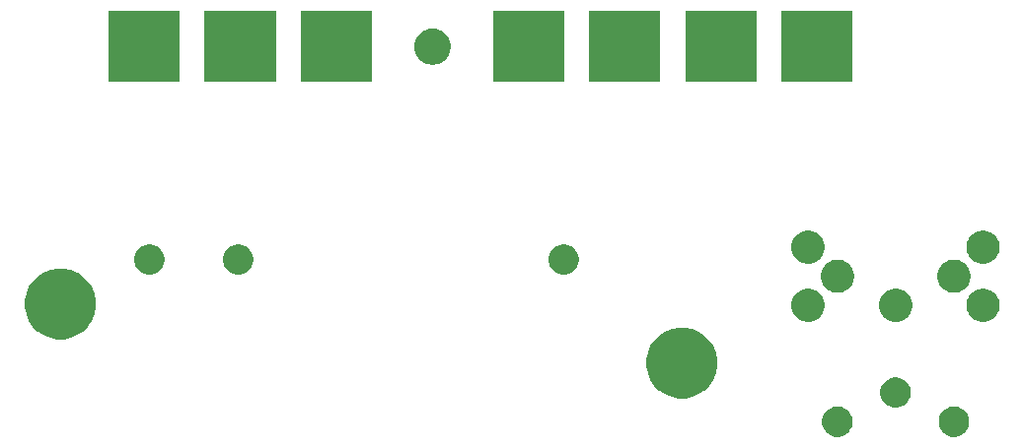
<source format=gbr>
G04 #@! TF.GenerationSoftware,KiCad,Pcbnew,(5.1.4-0-10_14)*
G04 #@! TF.CreationDate,2020-01-18T08:01:12-05:00*
G04 #@! TF.ProjectId,rt65b-breakout,72743635-622d-4627-9265-616b6f75742e,rev?*
G04 #@! TF.SameCoordinates,Original*
G04 #@! TF.FileFunction,Soldermask,Bot*
G04 #@! TF.FilePolarity,Negative*
%FSLAX46Y46*%
G04 Gerber Fmt 4.6, Leading zero omitted, Abs format (unit mm)*
G04 Created by KiCad (PCBNEW (5.1.4-0-10_14)) date 2020-01-18 08:01:12*
%MOMM*%
%LPD*%
G04 APERTURE LIST*
%ADD10C,0.100000*%
G04 APERTURE END LIST*
D10*
G36*
X183129487Y-75248996D02*
G01*
X183366253Y-75347068D01*
X183366255Y-75347069D01*
X183579339Y-75489447D01*
X183760553Y-75670661D01*
X183902932Y-75883747D01*
X184001004Y-76120513D01*
X184051000Y-76371861D01*
X184051000Y-76628139D01*
X184001004Y-76879487D01*
X183902932Y-77116253D01*
X183902931Y-77116255D01*
X183760553Y-77329339D01*
X183579339Y-77510553D01*
X183366255Y-77652931D01*
X183366254Y-77652932D01*
X183366253Y-77652932D01*
X183129487Y-77751004D01*
X182878139Y-77801000D01*
X182621861Y-77801000D01*
X182370513Y-77751004D01*
X182133747Y-77652932D01*
X182133746Y-77652932D01*
X182133745Y-77652931D01*
X181920661Y-77510553D01*
X181739447Y-77329339D01*
X181597069Y-77116255D01*
X181597068Y-77116253D01*
X181498996Y-76879487D01*
X181449000Y-76628139D01*
X181449000Y-76371861D01*
X181498996Y-76120513D01*
X181597068Y-75883747D01*
X181739447Y-75670661D01*
X181920661Y-75489447D01*
X182133745Y-75347069D01*
X182133747Y-75347068D01*
X182370513Y-75248996D01*
X182621861Y-75199000D01*
X182878139Y-75199000D01*
X183129487Y-75248996D01*
X183129487Y-75248996D01*
G37*
G36*
X173129487Y-75248996D02*
G01*
X173366253Y-75347068D01*
X173366255Y-75347069D01*
X173579339Y-75489447D01*
X173760553Y-75670661D01*
X173902932Y-75883747D01*
X174001004Y-76120513D01*
X174051000Y-76371861D01*
X174051000Y-76628139D01*
X174001004Y-76879487D01*
X173902932Y-77116253D01*
X173902931Y-77116255D01*
X173760553Y-77329339D01*
X173579339Y-77510553D01*
X173366255Y-77652931D01*
X173366254Y-77652932D01*
X173366253Y-77652932D01*
X173129487Y-77751004D01*
X172878139Y-77801000D01*
X172621861Y-77801000D01*
X172370513Y-77751004D01*
X172133747Y-77652932D01*
X172133746Y-77652932D01*
X172133745Y-77652931D01*
X171920661Y-77510553D01*
X171739447Y-77329339D01*
X171597069Y-77116255D01*
X171597068Y-77116253D01*
X171498996Y-76879487D01*
X171449000Y-76628139D01*
X171449000Y-76371861D01*
X171498996Y-76120513D01*
X171597068Y-75883747D01*
X171739447Y-75670661D01*
X171920661Y-75489447D01*
X172133745Y-75347069D01*
X172133747Y-75347068D01*
X172370513Y-75248996D01*
X172621861Y-75199000D01*
X172878139Y-75199000D01*
X173129487Y-75248996D01*
X173129487Y-75248996D01*
G37*
G36*
X178129487Y-72748996D02*
G01*
X178366253Y-72847068D01*
X178366255Y-72847069D01*
X178438273Y-72895190D01*
X178579339Y-72989447D01*
X178760553Y-73170661D01*
X178902932Y-73383747D01*
X179001004Y-73620513D01*
X179051000Y-73871861D01*
X179051000Y-74128139D01*
X179001004Y-74379487D01*
X178902932Y-74616253D01*
X178902931Y-74616255D01*
X178760553Y-74829339D01*
X178579339Y-75010553D01*
X178366255Y-75152931D01*
X178366254Y-75152932D01*
X178366253Y-75152932D01*
X178129487Y-75251004D01*
X177878139Y-75301000D01*
X177621861Y-75301000D01*
X177370513Y-75251004D01*
X177133747Y-75152932D01*
X177133746Y-75152932D01*
X177133745Y-75152931D01*
X176920661Y-75010553D01*
X176739447Y-74829339D01*
X176597069Y-74616255D01*
X176597068Y-74616253D01*
X176498996Y-74379487D01*
X176449000Y-74128139D01*
X176449000Y-73871861D01*
X176498996Y-73620513D01*
X176597068Y-73383747D01*
X176739447Y-73170661D01*
X176920661Y-72989447D01*
X177061727Y-72895190D01*
X177133745Y-72847069D01*
X177133747Y-72847068D01*
X177370513Y-72748996D01*
X177621861Y-72699000D01*
X177878139Y-72699000D01*
X178129487Y-72748996D01*
X178129487Y-72748996D01*
G37*
G36*
X160309943Y-68516248D02*
G01*
X160865189Y-68746238D01*
X160865190Y-68746239D01*
X161364899Y-69080134D01*
X161789866Y-69505101D01*
X161789867Y-69505103D01*
X162123762Y-70004811D01*
X162353752Y-70560057D01*
X162471000Y-71149501D01*
X162471000Y-71750499D01*
X162353752Y-72339943D01*
X162123762Y-72895189D01*
X161957948Y-73143347D01*
X161789866Y-73394899D01*
X161364899Y-73819866D01*
X161287083Y-73871861D01*
X160865189Y-74153762D01*
X160309943Y-74383752D01*
X159720499Y-74501000D01*
X159119501Y-74501000D01*
X158530057Y-74383752D01*
X157974811Y-74153762D01*
X157552917Y-73871861D01*
X157475101Y-73819866D01*
X157050134Y-73394899D01*
X156882052Y-73143347D01*
X156716238Y-72895189D01*
X156486248Y-72339943D01*
X156369000Y-71750499D01*
X156369000Y-71149501D01*
X156486248Y-70560057D01*
X156716238Y-70004811D01*
X157050133Y-69505103D01*
X157050134Y-69505101D01*
X157475101Y-69080134D01*
X157974810Y-68746239D01*
X157974811Y-68746238D01*
X158530057Y-68516248D01*
X159119501Y-68399000D01*
X159720499Y-68399000D01*
X160309943Y-68516248D01*
X160309943Y-68516248D01*
G37*
G36*
X106969943Y-63436248D02*
G01*
X107525189Y-63666238D01*
X107580105Y-63702932D01*
X108024899Y-64000134D01*
X108449866Y-64425101D01*
X108449867Y-64425103D01*
X108783762Y-64924811D01*
X109013752Y-65480057D01*
X109131000Y-66069501D01*
X109131000Y-66670499D01*
X109013752Y-67259943D01*
X108783762Y-67815189D01*
X108709720Y-67926000D01*
X108449866Y-68314899D01*
X108024899Y-68739866D01*
X108015361Y-68746239D01*
X107525189Y-69073762D01*
X106969943Y-69303752D01*
X106380499Y-69421000D01*
X105779501Y-69421000D01*
X105190057Y-69303752D01*
X104634811Y-69073762D01*
X104144639Y-68746239D01*
X104135101Y-68739866D01*
X103710134Y-68314899D01*
X103450280Y-67926000D01*
X103376238Y-67815189D01*
X103146248Y-67259943D01*
X103029000Y-66670499D01*
X103029000Y-66069501D01*
X103146248Y-65480057D01*
X103376238Y-64924811D01*
X103710133Y-64425103D01*
X103710134Y-64425101D01*
X104135101Y-64000134D01*
X104579895Y-63702932D01*
X104634811Y-63666238D01*
X105190057Y-63436248D01*
X105779501Y-63319000D01*
X106380499Y-63319000D01*
X106969943Y-63436248D01*
X106969943Y-63436248D01*
G37*
G36*
X185665949Y-65128800D02*
G01*
X185925463Y-65236294D01*
X185925464Y-65236295D01*
X186159022Y-65392353D01*
X186357647Y-65590978D01*
X186357648Y-65590980D01*
X186513706Y-65824537D01*
X186621200Y-66084051D01*
X186676000Y-66359550D01*
X186676000Y-66640450D01*
X186621200Y-66915949D01*
X186513706Y-67175463D01*
X186436206Y-67291450D01*
X186357647Y-67409022D01*
X186159022Y-67607647D01*
X186041450Y-67686206D01*
X185925463Y-67763706D01*
X185665949Y-67871200D01*
X185390450Y-67926000D01*
X185109550Y-67926000D01*
X184834051Y-67871200D01*
X184574537Y-67763706D01*
X184458550Y-67686206D01*
X184340978Y-67607647D01*
X184142353Y-67409022D01*
X184063794Y-67291450D01*
X183986294Y-67175463D01*
X183878800Y-66915949D01*
X183824000Y-66640450D01*
X183824000Y-66359550D01*
X183878800Y-66084051D01*
X183986294Y-65824537D01*
X184142352Y-65590980D01*
X184142353Y-65590978D01*
X184340978Y-65392353D01*
X184574536Y-65236295D01*
X184574537Y-65236294D01*
X184834051Y-65128800D01*
X185109550Y-65074000D01*
X185390450Y-65074000D01*
X185665949Y-65128800D01*
X185665949Y-65128800D01*
G37*
G36*
X178165949Y-65128800D02*
G01*
X178425463Y-65236294D01*
X178425464Y-65236295D01*
X178659022Y-65392353D01*
X178857647Y-65590978D01*
X178857648Y-65590980D01*
X179013706Y-65824537D01*
X179121200Y-66084051D01*
X179176000Y-66359550D01*
X179176000Y-66640450D01*
X179121200Y-66915949D01*
X179013706Y-67175463D01*
X178936206Y-67291450D01*
X178857647Y-67409022D01*
X178659022Y-67607647D01*
X178541450Y-67686206D01*
X178425463Y-67763706D01*
X178165949Y-67871200D01*
X177890450Y-67926000D01*
X177609550Y-67926000D01*
X177334051Y-67871200D01*
X177074537Y-67763706D01*
X176958550Y-67686206D01*
X176840978Y-67607647D01*
X176642353Y-67409022D01*
X176563794Y-67291450D01*
X176486294Y-67175463D01*
X176378800Y-66915949D01*
X176324000Y-66640450D01*
X176324000Y-66359550D01*
X176378800Y-66084051D01*
X176486294Y-65824537D01*
X176642352Y-65590980D01*
X176642353Y-65590978D01*
X176840978Y-65392353D01*
X177074536Y-65236295D01*
X177074537Y-65236294D01*
X177334051Y-65128800D01*
X177609550Y-65074000D01*
X177890450Y-65074000D01*
X178165949Y-65128800D01*
X178165949Y-65128800D01*
G37*
G36*
X170665949Y-65128800D02*
G01*
X170925463Y-65236294D01*
X170925464Y-65236295D01*
X171159022Y-65392353D01*
X171357647Y-65590978D01*
X171357648Y-65590980D01*
X171513706Y-65824537D01*
X171621200Y-66084051D01*
X171676000Y-66359550D01*
X171676000Y-66640450D01*
X171621200Y-66915949D01*
X171513706Y-67175463D01*
X171436206Y-67291450D01*
X171357647Y-67409022D01*
X171159022Y-67607647D01*
X171041450Y-67686206D01*
X170925463Y-67763706D01*
X170665949Y-67871200D01*
X170390450Y-67926000D01*
X170109550Y-67926000D01*
X169834051Y-67871200D01*
X169574537Y-67763706D01*
X169458550Y-67686206D01*
X169340978Y-67607647D01*
X169142353Y-67409022D01*
X169063794Y-67291450D01*
X168986294Y-67175463D01*
X168878800Y-66915949D01*
X168824000Y-66640450D01*
X168824000Y-66359550D01*
X168878800Y-66084051D01*
X168986294Y-65824537D01*
X169142352Y-65590980D01*
X169142353Y-65590978D01*
X169340978Y-65392353D01*
X169574536Y-65236295D01*
X169574537Y-65236294D01*
X169834051Y-65128800D01*
X170109550Y-65074000D01*
X170390450Y-65074000D01*
X170665949Y-65128800D01*
X170665949Y-65128800D01*
G37*
G36*
X183165949Y-62628800D02*
G01*
X183425463Y-62736294D01*
X183425464Y-62736295D01*
X183659022Y-62892353D01*
X183857647Y-63090978D01*
X183857648Y-63090980D01*
X184013706Y-63324537D01*
X184121200Y-63584051D01*
X184176000Y-63859550D01*
X184176000Y-64140450D01*
X184121200Y-64415949D01*
X184013706Y-64675463D01*
X184013705Y-64675464D01*
X183857647Y-64909022D01*
X183659022Y-65107647D01*
X183627364Y-65128800D01*
X183425463Y-65263706D01*
X183165949Y-65371200D01*
X182890450Y-65426000D01*
X182609550Y-65426000D01*
X182334051Y-65371200D01*
X182074537Y-65263706D01*
X181872636Y-65128800D01*
X181840978Y-65107647D01*
X181642353Y-64909022D01*
X181486295Y-64675464D01*
X181486294Y-64675463D01*
X181378800Y-64415949D01*
X181324000Y-64140450D01*
X181324000Y-63859550D01*
X181378800Y-63584051D01*
X181486294Y-63324537D01*
X181642352Y-63090980D01*
X181642353Y-63090978D01*
X181840978Y-62892353D01*
X182074536Y-62736295D01*
X182074537Y-62736294D01*
X182334051Y-62628800D01*
X182609550Y-62574000D01*
X182890450Y-62574000D01*
X183165949Y-62628800D01*
X183165949Y-62628800D01*
G37*
G36*
X173165949Y-62628800D02*
G01*
X173425463Y-62736294D01*
X173425464Y-62736295D01*
X173659022Y-62892353D01*
X173857647Y-63090978D01*
X173857648Y-63090980D01*
X174013706Y-63324537D01*
X174121200Y-63584051D01*
X174176000Y-63859550D01*
X174176000Y-64140450D01*
X174121200Y-64415949D01*
X174013706Y-64675463D01*
X174013705Y-64675464D01*
X173857647Y-64909022D01*
X173659022Y-65107647D01*
X173627364Y-65128800D01*
X173425463Y-65263706D01*
X173165949Y-65371200D01*
X172890450Y-65426000D01*
X172609550Y-65426000D01*
X172334051Y-65371200D01*
X172074537Y-65263706D01*
X171872636Y-65128800D01*
X171840978Y-65107647D01*
X171642353Y-64909022D01*
X171486295Y-64675464D01*
X171486294Y-64675463D01*
X171378800Y-64415949D01*
X171324000Y-64140450D01*
X171324000Y-63859550D01*
X171378800Y-63584051D01*
X171486294Y-63324537D01*
X171642352Y-63090980D01*
X171642353Y-63090978D01*
X171840978Y-62892353D01*
X172074536Y-62736295D01*
X172074537Y-62736294D01*
X172334051Y-62628800D01*
X172609550Y-62574000D01*
X172890450Y-62574000D01*
X173165949Y-62628800D01*
X173165949Y-62628800D01*
G37*
G36*
X149639487Y-61298996D02*
G01*
X149876253Y-61397068D01*
X149876255Y-61397069D01*
X150089339Y-61539447D01*
X150270553Y-61720661D01*
X150412932Y-61933747D01*
X150511004Y-62170513D01*
X150561000Y-62421861D01*
X150561000Y-62678139D01*
X150511004Y-62929487D01*
X150444112Y-63090978D01*
X150412931Y-63166255D01*
X150270553Y-63379339D01*
X150089339Y-63560553D01*
X149876255Y-63702931D01*
X149876254Y-63702932D01*
X149876253Y-63702932D01*
X149639487Y-63801004D01*
X149388139Y-63851000D01*
X149131861Y-63851000D01*
X148880513Y-63801004D01*
X148643747Y-63702932D01*
X148643746Y-63702932D01*
X148643745Y-63702931D01*
X148430661Y-63560553D01*
X148249447Y-63379339D01*
X148107069Y-63166255D01*
X148075888Y-63090978D01*
X148008996Y-62929487D01*
X147959000Y-62678139D01*
X147959000Y-62421861D01*
X148008996Y-62170513D01*
X148107068Y-61933747D01*
X148249447Y-61720661D01*
X148430661Y-61539447D01*
X148643745Y-61397069D01*
X148643747Y-61397068D01*
X148880513Y-61298996D01*
X149131861Y-61249000D01*
X149388139Y-61249000D01*
X149639487Y-61298996D01*
X149639487Y-61298996D01*
G37*
G36*
X121699487Y-61298996D02*
G01*
X121936253Y-61397068D01*
X121936255Y-61397069D01*
X122149339Y-61539447D01*
X122330553Y-61720661D01*
X122472932Y-61933747D01*
X122571004Y-62170513D01*
X122621000Y-62421861D01*
X122621000Y-62678139D01*
X122571004Y-62929487D01*
X122504112Y-63090978D01*
X122472931Y-63166255D01*
X122330553Y-63379339D01*
X122149339Y-63560553D01*
X121936255Y-63702931D01*
X121936254Y-63702932D01*
X121936253Y-63702932D01*
X121699487Y-63801004D01*
X121448139Y-63851000D01*
X121191861Y-63851000D01*
X120940513Y-63801004D01*
X120703747Y-63702932D01*
X120703746Y-63702932D01*
X120703745Y-63702931D01*
X120490661Y-63560553D01*
X120309447Y-63379339D01*
X120167069Y-63166255D01*
X120135888Y-63090978D01*
X120068996Y-62929487D01*
X120019000Y-62678139D01*
X120019000Y-62421861D01*
X120068996Y-62170513D01*
X120167068Y-61933747D01*
X120309447Y-61720661D01*
X120490661Y-61539447D01*
X120703745Y-61397069D01*
X120703747Y-61397068D01*
X120940513Y-61298996D01*
X121191861Y-61249000D01*
X121448139Y-61249000D01*
X121699487Y-61298996D01*
X121699487Y-61298996D01*
G37*
G36*
X114079487Y-61298996D02*
G01*
X114316253Y-61397068D01*
X114316255Y-61397069D01*
X114529339Y-61539447D01*
X114710553Y-61720661D01*
X114852932Y-61933747D01*
X114951004Y-62170513D01*
X115001000Y-62421861D01*
X115001000Y-62678139D01*
X114951004Y-62929487D01*
X114884112Y-63090978D01*
X114852931Y-63166255D01*
X114710553Y-63379339D01*
X114529339Y-63560553D01*
X114316255Y-63702931D01*
X114316254Y-63702932D01*
X114316253Y-63702932D01*
X114079487Y-63801004D01*
X113828139Y-63851000D01*
X113571861Y-63851000D01*
X113320513Y-63801004D01*
X113083747Y-63702932D01*
X113083746Y-63702932D01*
X113083745Y-63702931D01*
X112870661Y-63560553D01*
X112689447Y-63379339D01*
X112547069Y-63166255D01*
X112515888Y-63090978D01*
X112448996Y-62929487D01*
X112399000Y-62678139D01*
X112399000Y-62421861D01*
X112448996Y-62170513D01*
X112547068Y-61933747D01*
X112689447Y-61720661D01*
X112870661Y-61539447D01*
X113083745Y-61397069D01*
X113083747Y-61397068D01*
X113320513Y-61298996D01*
X113571861Y-61249000D01*
X113828139Y-61249000D01*
X114079487Y-61298996D01*
X114079487Y-61298996D01*
G37*
G36*
X185665949Y-60128800D02*
G01*
X185925463Y-60236294D01*
X185925464Y-60236295D01*
X186159022Y-60392353D01*
X186357647Y-60590978D01*
X186357648Y-60590980D01*
X186513706Y-60824537D01*
X186621200Y-61084051D01*
X186676000Y-61359550D01*
X186676000Y-61640450D01*
X186621200Y-61915949D01*
X186513706Y-62175463D01*
X186513705Y-62175464D01*
X186357647Y-62409022D01*
X186159022Y-62607647D01*
X186127364Y-62628800D01*
X185925463Y-62763706D01*
X185665949Y-62871200D01*
X185390450Y-62926000D01*
X185109550Y-62926000D01*
X184834051Y-62871200D01*
X184574537Y-62763706D01*
X184372636Y-62628800D01*
X184340978Y-62607647D01*
X184142353Y-62409022D01*
X183986295Y-62175464D01*
X183986294Y-62175463D01*
X183878800Y-61915949D01*
X183824000Y-61640450D01*
X183824000Y-61359550D01*
X183878800Y-61084051D01*
X183986294Y-60824537D01*
X184142352Y-60590980D01*
X184142353Y-60590978D01*
X184340978Y-60392353D01*
X184574536Y-60236295D01*
X184574537Y-60236294D01*
X184834051Y-60128800D01*
X185109550Y-60074000D01*
X185390450Y-60074000D01*
X185665949Y-60128800D01*
X185665949Y-60128800D01*
G37*
G36*
X170665949Y-60128800D02*
G01*
X170925463Y-60236294D01*
X170925464Y-60236295D01*
X171159022Y-60392353D01*
X171357647Y-60590978D01*
X171357648Y-60590980D01*
X171513706Y-60824537D01*
X171621200Y-61084051D01*
X171676000Y-61359550D01*
X171676000Y-61640450D01*
X171621200Y-61915949D01*
X171513706Y-62175463D01*
X171513705Y-62175464D01*
X171357647Y-62409022D01*
X171159022Y-62607647D01*
X171127364Y-62628800D01*
X170925463Y-62763706D01*
X170665949Y-62871200D01*
X170390450Y-62926000D01*
X170109550Y-62926000D01*
X169834051Y-62871200D01*
X169574537Y-62763706D01*
X169372636Y-62628800D01*
X169340978Y-62607647D01*
X169142353Y-62409022D01*
X168986295Y-62175464D01*
X168986294Y-62175463D01*
X168878800Y-61915949D01*
X168824000Y-61640450D01*
X168824000Y-61359550D01*
X168878800Y-61084051D01*
X168986294Y-60824537D01*
X169142352Y-60590980D01*
X169142353Y-60590978D01*
X169340978Y-60392353D01*
X169574536Y-60236295D01*
X169574537Y-60236294D01*
X169834051Y-60128800D01*
X170109550Y-60074000D01*
X170390450Y-60074000D01*
X170665949Y-60128800D01*
X170665949Y-60128800D01*
G37*
G36*
X157551000Y-47301000D02*
G01*
X151449000Y-47301000D01*
X151449000Y-41199000D01*
X157551000Y-41199000D01*
X157551000Y-47301000D01*
X157551000Y-47301000D01*
G37*
G36*
X116301000Y-47301000D02*
G01*
X110199000Y-47301000D01*
X110199000Y-41199000D01*
X116301000Y-41199000D01*
X116301000Y-47301000D01*
X116301000Y-47301000D01*
G37*
G36*
X124551000Y-47301000D02*
G01*
X118449000Y-47301000D01*
X118449000Y-41199000D01*
X124551000Y-41199000D01*
X124551000Y-47301000D01*
X124551000Y-47301000D01*
G37*
G36*
X149301000Y-47301000D02*
G01*
X143199000Y-47301000D01*
X143199000Y-41199000D01*
X149301000Y-41199000D01*
X149301000Y-47301000D01*
X149301000Y-47301000D01*
G37*
G36*
X132801000Y-47301000D02*
G01*
X126699000Y-47301000D01*
X126699000Y-41199000D01*
X132801000Y-41199000D01*
X132801000Y-47301000D01*
X132801000Y-47301000D01*
G37*
G36*
X165801000Y-47301000D02*
G01*
X159699000Y-47301000D01*
X159699000Y-41199000D01*
X165801000Y-41199000D01*
X165801000Y-47301000D01*
X165801000Y-47301000D01*
G37*
G36*
X174051000Y-47301000D02*
G01*
X167949000Y-47301000D01*
X167949000Y-41199000D01*
X174051000Y-41199000D01*
X174051000Y-47301000D01*
X174051000Y-47301000D01*
G37*
G36*
X138302585Y-42728802D02*
G01*
X138452410Y-42758604D01*
X138734674Y-42875521D01*
X138988705Y-43045259D01*
X139204741Y-43261295D01*
X139374479Y-43515326D01*
X139491396Y-43797590D01*
X139491396Y-43797591D01*
X139551000Y-44097239D01*
X139551000Y-44402761D01*
X139524199Y-44537496D01*
X139491396Y-44702410D01*
X139374479Y-44984674D01*
X139204741Y-45238705D01*
X138988705Y-45454741D01*
X138734674Y-45624479D01*
X138452410Y-45741396D01*
X138302585Y-45771198D01*
X138152761Y-45801000D01*
X137847239Y-45801000D01*
X137697415Y-45771198D01*
X137547590Y-45741396D01*
X137265326Y-45624479D01*
X137011295Y-45454741D01*
X136795259Y-45238705D01*
X136625521Y-44984674D01*
X136508604Y-44702410D01*
X136475801Y-44537496D01*
X136449000Y-44402761D01*
X136449000Y-44097239D01*
X136508604Y-43797591D01*
X136508604Y-43797590D01*
X136625521Y-43515326D01*
X136795259Y-43261295D01*
X137011295Y-43045259D01*
X137265326Y-42875521D01*
X137547590Y-42758604D01*
X137697415Y-42728802D01*
X137847239Y-42699000D01*
X138152761Y-42699000D01*
X138302585Y-42728802D01*
X138302585Y-42728802D01*
G37*
M02*

</source>
